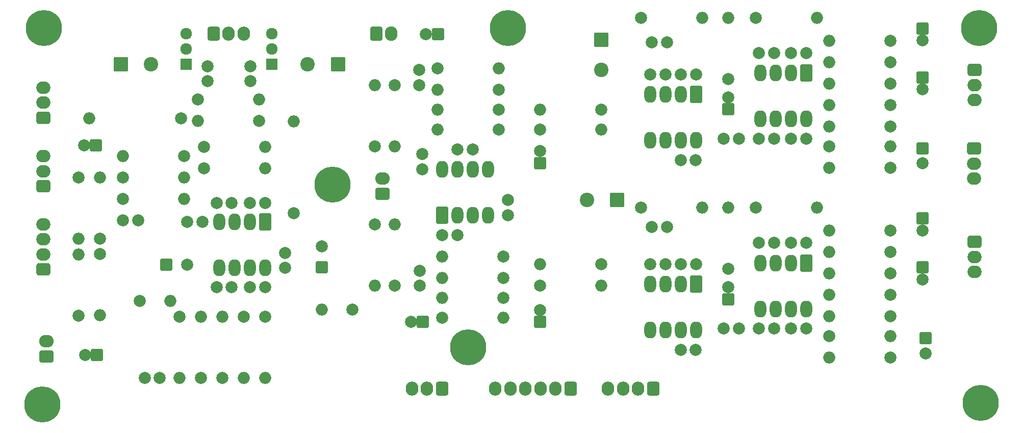
<source format=gbr>
%TF.GenerationSoftware,KiCad,Pcbnew,(6.0.6)*%
%TF.CreationDate,2022-07-24T17:02:24+02:00*%
%TF.ProjectId,emxr,656d7872-2e6b-4696-9361-645f70636258,rev?*%
%TF.SameCoordinates,Original*%
%TF.FileFunction,Soldermask,Top*%
%TF.FilePolarity,Negative*%
%FSLAX46Y46*%
G04 Gerber Fmt 4.6, Leading zero omitted, Abs format (unit mm)*
G04 Created by KiCad (PCBNEW (6.0.6)) date 2022-07-24 17:02:24*
%MOMM*%
%LPD*%
G01*
G04 APERTURE LIST*
G04 Aperture macros list*
%AMRoundRect*
0 Rectangle with rounded corners*
0 $1 Rounding radius*
0 $2 $3 $4 $5 $6 $7 $8 $9 X,Y pos of 4 corners*
0 Add a 4 corners polygon primitive as box body*
4,1,4,$2,$3,$4,$5,$6,$7,$8,$9,$2,$3,0*
0 Add four circle primitives for the rounded corners*
1,1,$1+$1,$2,$3*
1,1,$1+$1,$4,$5*
1,1,$1+$1,$6,$7*
1,1,$1+$1,$8,$9*
0 Add four rect primitives between the rounded corners*
20,1,$1+$1,$2,$3,$4,$5,0*
20,1,$1+$1,$4,$5,$6,$7,0*
20,1,$1+$1,$6,$7,$8,$9,0*
20,1,$1+$1,$8,$9,$2,$3,0*%
G04 Aperture macros list end*
%ADD10C,2.000000*%
%ADD11O,2.000000X2.000000*%
%ADD12RoundRect,0.200000X0.800000X-1.200000X0.800000X1.200000X-0.800000X1.200000X-0.800000X-1.200000X0*%
%ADD13O,2.000000X2.800000*%
%ADD14RoundRect,0.450000X0.725000X-0.600000X0.725000X0.600000X-0.725000X0.600000X-0.725000X-0.600000X0*%
%ADD15O,2.350000X2.100000*%
%ADD16RoundRect,0.200000X-0.800000X0.800000X-0.800000X-0.800000X0.800000X-0.800000X0.800000X0.800000X0*%
%ADD17RoundRect,0.200000X0.800000X-0.800000X0.800000X0.800000X-0.800000X0.800000X-0.800000X-0.800000X0*%
%ADD18RoundRect,0.450000X-0.725000X0.600000X-0.725000X-0.600000X0.725000X-0.600000X0.725000X0.600000X0*%
%ADD19RoundRect,0.200000X0.800000X0.800000X-0.800000X0.800000X-0.800000X-0.800000X0.800000X-0.800000X0*%
%ADD20RoundRect,0.450000X0.600000X0.725000X-0.600000X0.725000X-0.600000X-0.725000X0.600000X-0.725000X0*%
%ADD21O,2.100000X2.350000*%
%ADD22C,6.000000*%
%ADD23C,4.000000*%
%ADD24RoundRect,0.200000X0.762000X-0.762000X0.762000X0.762000X-0.762000X0.762000X-0.762000X-0.762000X0*%
%ADD25C,1.924000*%
%ADD26RoundRect,0.200000X1.000000X1.000000X-1.000000X1.000000X-1.000000X-1.000000X1.000000X-1.000000X0*%
%ADD27C,2.400000*%
%ADD28RoundRect,0.200000X-1.000000X1.000000X-1.000000X-1.000000X1.000000X-1.000000X1.000000X1.000000X0*%
%ADD29RoundRect,0.450000X-0.600000X-0.750000X0.600000X-0.750000X0.600000X0.750000X-0.600000X0.750000X0*%
%ADD30O,2.100000X2.400000*%
%ADD31RoundRect,0.450000X0.750000X-0.600000X0.750000X0.600000X-0.750000X0.600000X-0.750000X-0.600000X0*%
%ADD32O,2.400000X2.100000*%
%ADD33RoundRect,0.200000X-0.800000X1.200000X-0.800000X-1.200000X0.800000X-1.200000X0.800000X1.200000X0*%
%ADD34RoundRect,0.200000X-0.800000X-0.800000X0.800000X-0.800000X0.800000X0.800000X-0.800000X0.800000X0*%
%ADD35RoundRect,0.200000X-1.000000X-1.000000X1.000000X-1.000000X1.000000X1.000000X-1.000000X1.000000X0*%
%ADD36RoundRect,0.450000X-0.600000X-0.725000X0.600000X-0.725000X0.600000X0.725000X-0.600000X0.725000X0*%
G04 APERTURE END LIST*
D10*
%TO.C,R216*%
X148580000Y-80274000D03*
D11*
X138420000Y-80274000D03*
%TD*%
D12*
%TO.C,IC201*%
X139182000Y-97800000D03*
D13*
X141722000Y-97800000D03*
X144262000Y-97800000D03*
X146802000Y-97800000D03*
X146802000Y-90180000D03*
X144262000Y-90180000D03*
X141722000Y-90180000D03*
X139182000Y-90180000D03*
%TD*%
D10*
%TO.C,R405*%
X213604000Y-103943621D03*
D11*
X203444000Y-103943621D03*
%TD*%
D14*
%TO.C,J105*%
X73000000Y-93000000D03*
D15*
X73000000Y-90500000D03*
X73000000Y-88000000D03*
%TD*%
D16*
%TO.C,C510*%
X218938000Y-66812000D03*
D10*
X218938000Y-68812000D03*
%TD*%
%TO.C,R315*%
X108814000Y-82189000D03*
D11*
X98654000Y-82189000D03*
%TD*%
D10*
%TO.C,R401*%
X172202000Y-96577621D03*
D11*
X182362000Y-96577621D03*
%TD*%
D17*
%TO.C,C206*%
X155438000Y-115519112D03*
D10*
X155438000Y-113519112D03*
%TD*%
D18*
%TO.C,J401*%
X227564000Y-102250000D03*
D15*
X227564000Y-104750000D03*
X227564000Y-107250000D03*
%TD*%
D10*
%TO.C,C512*%
X174000000Y-69098000D03*
X176500000Y-69098000D03*
%TD*%
D19*
%TO.C,C306*%
X81725436Y-86250000D03*
D10*
X79725436Y-86250000D03*
%TD*%
D20*
%TO.C,J103*%
X160508000Y-126639000D03*
D21*
X158008000Y-126639000D03*
X155508000Y-126639000D03*
X153008000Y-126639000D03*
X150508000Y-126639000D03*
X148008000Y-126639000D03*
%TD*%
D10*
%TO.C,R313*%
X114520323Y-97500000D03*
D11*
X114520323Y-82260000D03*
%TD*%
D10*
%TO.C,C308*%
X86228000Y-98699000D03*
X88728000Y-98699000D03*
%TD*%
%TO.C,C404*%
X191780000Y-102419621D03*
X194280000Y-102419621D03*
%TD*%
D22*
%TO.C,H107*%
X121020323Y-92750000D03*
D23*
X121020323Y-92750000D03*
%TD*%
D10*
%TO.C,C305*%
X107310000Y-95750000D03*
X109810000Y-95750000D03*
%TD*%
D22*
%TO.C,H101*%
X73092323Y-66750000D03*
D23*
X73092323Y-66750000D03*
%TD*%
D10*
%TO.C,C202*%
X150094000Y-97790000D03*
X150094000Y-95290000D03*
%TD*%
D24*
%TO.C,LC302*%
X110886000Y-72774000D03*
D25*
X110886000Y-70234000D03*
X110886000Y-67694000D03*
%TD*%
D10*
%TO.C,R201*%
X149342000Y-104658000D03*
D11*
X139182000Y-104658000D03*
%TD*%
D16*
%TO.C,C513*%
X218928000Y-86711621D03*
D10*
X218928000Y-89211621D03*
%TD*%
%TO.C,R510*%
X213604000Y-79512000D03*
D11*
X203444000Y-79512000D03*
%TD*%
D10*
%TO.C,R215*%
X155428000Y-83586000D03*
D11*
X165588000Y-83586000D03*
%TD*%
D26*
%TO.C,C408*%
X168209677Y-95270000D03*
D27*
X163209677Y-95270000D03*
%TD*%
D10*
%TO.C,C301*%
X113132000Y-104053000D03*
X113132000Y-106553000D03*
%TD*%
%TO.C,R205*%
X165588000Y-105938000D03*
D11*
X155428000Y-105938000D03*
%TD*%
D10*
%TO.C,C309*%
X101770323Y-95750000D03*
X104270323Y-95750000D03*
%TD*%
%TO.C,R402*%
X191252000Y-96577621D03*
D11*
X201412000Y-96577621D03*
%TD*%
D10*
%TO.C,C403*%
X173756000Y-105965621D03*
X176256000Y-105965621D03*
%TD*%
D22*
%TO.C,H102*%
X228326000Y-66750000D03*
D23*
X228326000Y-66750000D03*
%TD*%
D22*
%TO.C,H105*%
X150094000Y-66750000D03*
D23*
X150094000Y-66750000D03*
%TD*%
D10*
%TO.C,R301*%
X99670000Y-90063000D03*
D11*
X109830000Y-90063000D03*
%TD*%
D10*
%TO.C,C312*%
X107310000Y-109750000D03*
X109810000Y-109750000D03*
%TD*%
%TO.C,R505*%
X213604000Y-72400000D03*
D11*
X203444000Y-72400000D03*
%TD*%
D19*
%TO.C,C209*%
X138480888Y-67750000D03*
D10*
X136480888Y-67750000D03*
%TD*%
D18*
%TO.C,J104*%
X227500000Y-86750000D03*
D15*
X227500000Y-89250000D03*
X227500000Y-91750000D03*
%TD*%
D23*
%TO.C,H103*%
X228580000Y-128996000D03*
D22*
X228580000Y-128996000D03*
%TD*%
D10*
%TO.C,C311*%
X100218000Y-75548000D03*
X100218000Y-73048000D03*
%TD*%
D28*
%TO.C,C508*%
X165588000Y-68645323D03*
D27*
X165588000Y-73645323D03*
%TD*%
D10*
%TO.C,R409*%
X213604000Y-107499621D03*
D11*
X203444000Y-107499621D03*
%TD*%
D10*
%TO.C,C502*%
X197114000Y-85100000D03*
X199614000Y-85100000D03*
%TD*%
D20*
%TO.C,J205*%
X139172000Y-126639000D03*
D21*
X136672000Y-126639000D03*
X134172000Y-126639000D03*
%TD*%
D10*
%TO.C,FR302*%
X88955323Y-112000000D03*
D11*
X94035323Y-112000000D03*
%TD*%
D26*
%TO.C,C314*%
X121888000Y-72750000D03*
D27*
X116888000Y-72750000D03*
%TD*%
D19*
%TO.C,C205*%
X136000000Y-115500000D03*
D10*
X134000000Y-115500000D03*
%TD*%
%TO.C,R203*%
X128023000Y-99304000D03*
D11*
X128023000Y-109464000D03*
%TD*%
D10*
%TO.C,R214*%
X148580000Y-76972000D03*
D11*
X138420000Y-76972000D03*
%TD*%
D10*
%TO.C,C514*%
X185938000Y-85100000D03*
X188438000Y-85100000D03*
%TD*%
%TO.C,C414*%
X185938000Y-116643621D03*
X188438000Y-116643621D03*
%TD*%
D29*
%TO.C,J206*%
X128270000Y-67694000D03*
D30*
X130770000Y-67694000D03*
%TD*%
D16*
%TO.C,C411*%
X218938000Y-106483621D03*
D10*
X218938000Y-108483621D03*
%TD*%
D16*
%TO.C,C413*%
X219446000Y-118255242D03*
D10*
X219446000Y-120755242D03*
%TD*%
%TO.C,R410*%
X213604000Y-111055621D03*
D11*
X203444000Y-111055621D03*
%TD*%
D10*
%TO.C,FR301*%
X124270323Y-113500000D03*
D11*
X119190323Y-113500000D03*
%TD*%
D10*
%TO.C,R506*%
X213604000Y-68844000D03*
D11*
X203444000Y-68844000D03*
%TD*%
D31*
%TO.C,J303*%
X73495323Y-121250000D03*
D32*
X73495323Y-118750000D03*
%TD*%
D10*
%TO.C,R503*%
X213604000Y-83068000D03*
D11*
X203444000Y-83068000D03*
%TD*%
D10*
%TO.C,R102*%
X78859000Y-114487000D03*
D11*
X78859000Y-104327000D03*
%TD*%
D10*
%TO.C,C501*%
X178816000Y-88646000D03*
X181316000Y-88646000D03*
%TD*%
%TO.C,R211*%
X128023000Y-86350000D03*
D11*
X128023000Y-76190000D03*
%TD*%
D33*
%TO.C,IC301*%
X109830000Y-98953000D03*
D13*
X107290000Y-98953000D03*
X104750000Y-98953000D03*
X102210000Y-98953000D03*
X102210000Y-106573000D03*
X104750000Y-106573000D03*
X107290000Y-106573000D03*
X109830000Y-106573000D03*
%TD*%
D10*
%TO.C,C402*%
X197114000Y-116643621D03*
X199614000Y-116643621D03*
%TD*%
%TO.C,R314*%
X99162000Y-124861000D03*
D11*
X99162000Y-114701000D03*
%TD*%
D10*
%TO.C,R213*%
X165588000Y-80284000D03*
D11*
X155428000Y-80284000D03*
%TD*%
D14*
%TO.C,J302*%
X72983000Y-81641000D03*
D15*
X72983000Y-79141000D03*
X72983000Y-76641000D03*
%TD*%
D10*
%TO.C,R403*%
X213604000Y-114611621D03*
D11*
X203444000Y-114611621D03*
%TD*%
D10*
%TO.C,C207*%
X144242000Y-86878000D03*
X141742000Y-86878000D03*
%TD*%
%TO.C,R507*%
X203444000Y-86370000D03*
D11*
X213604000Y-86370000D03*
%TD*%
D10*
%TO.C,R404*%
X186680000Y-106737621D03*
D11*
X186680000Y-96577621D03*
%TD*%
D10*
%TO.C,C506*%
X197134000Y-70876000D03*
X199634000Y-70876000D03*
%TD*%
%TO.C,R307*%
X98654000Y-78633000D03*
D11*
X108814000Y-78633000D03*
%TD*%
D10*
%TO.C,C318*%
X107330000Y-75548000D03*
X107330000Y-73048000D03*
%TD*%
%TO.C,R302*%
X82398000Y-101747000D03*
D11*
X82398000Y-91587000D03*
%TD*%
D10*
%TO.C,C503*%
X173756000Y-74422000D03*
X176256000Y-74422000D03*
%TD*%
D19*
%TO.C,C313*%
X81921436Y-121051000D03*
D10*
X79921436Y-121051000D03*
%TD*%
D24*
%TO.C,LC301*%
X96662000Y-72774000D03*
D25*
X96662000Y-70234000D03*
X96662000Y-67694000D03*
%TD*%
D10*
%TO.C,C405*%
X178856000Y-105965621D03*
X181356000Y-105965621D03*
%TD*%
D18*
%TO.C,J501*%
X227581000Y-73710000D03*
D15*
X227581000Y-76210000D03*
X227581000Y-78710000D03*
%TD*%
D33*
%TO.C,IC502*%
X199624000Y-74188000D03*
D13*
X197084000Y-74188000D03*
X194544000Y-74188000D03*
X192004000Y-74188000D03*
X192004000Y-81808000D03*
X194544000Y-81808000D03*
X197084000Y-81808000D03*
X199624000Y-81808000D03*
%TD*%
D10*
%TO.C,R207*%
X149342000Y-108214000D03*
D11*
X139182000Y-108214000D03*
%TD*%
D10*
%TO.C,C204*%
X135500000Y-109500000D03*
X135500000Y-107000000D03*
%TD*%
%TO.C,C401*%
X178816000Y-120189621D03*
X181316000Y-120189621D03*
%TD*%
D34*
%TO.C,C304*%
X93367672Y-106000000D03*
D10*
X96867672Y-106000000D03*
%TD*%
D16*
%TO.C,C511*%
X218938000Y-74940000D03*
D10*
X218938000Y-76940000D03*
%TD*%
%TO.C,R308*%
X99670000Y-86507000D03*
D11*
X109830000Y-86507000D03*
%TD*%
D35*
%TO.C,C307*%
X85872323Y-72791000D03*
D27*
X90872323Y-72791000D03*
%TD*%
D10*
%TO.C,R509*%
X213604000Y-75956000D03*
D11*
X203444000Y-75956000D03*
%TD*%
D23*
%TO.C,H104*%
X72838323Y-129250000D03*
D22*
X72838323Y-129250000D03*
%TD*%
D10*
%TO.C,R206*%
X155428000Y-109480000D03*
D11*
X165588000Y-109480000D03*
%TD*%
D10*
%TO.C,C203*%
X141702000Y-101102000D03*
X139202000Y-101102000D03*
%TD*%
D14*
%TO.C,J108*%
X73000000Y-106807000D03*
D15*
X73000000Y-104307000D03*
X73000000Y-101807000D03*
X73000000Y-99307000D03*
%TD*%
D10*
%TO.C,C208*%
X135372000Y-76190000D03*
X135372000Y-73690000D03*
%TD*%
%TO.C,R202*%
X131308000Y-109464000D03*
D11*
X131308000Y-99304000D03*
%TD*%
D10*
%TO.C,R303*%
X96368000Y-88031000D03*
D11*
X86208000Y-88031000D03*
%TD*%
D10*
%TO.C,R210*%
X131325000Y-76190000D03*
D11*
X131325000Y-86350000D03*
%TD*%
D10*
%TO.C,R311*%
X95606000Y-114701000D03*
D11*
X95606000Y-124861000D03*
%TD*%
D33*
%TO.C,IC501*%
X181346000Y-77734000D03*
D13*
X178806000Y-77734000D03*
X176266000Y-77734000D03*
X173726000Y-77734000D03*
X173726000Y-85354000D03*
X176266000Y-85354000D03*
X178806000Y-85354000D03*
X181346000Y-85354000D03*
%TD*%
D31*
%TO.C,J208*%
X129276000Y-94244000D03*
D32*
X129276000Y-91744000D03*
%TD*%
D10*
%TO.C,R407*%
X203444000Y-117913621D03*
D11*
X213604000Y-117913621D03*
%TD*%
D10*
%TO.C,C315*%
X92304000Y-124841000D03*
X89804000Y-124841000D03*
%TD*%
%TO.C,R310*%
X82398000Y-104287000D03*
D11*
X82398000Y-114447000D03*
%TD*%
D36*
%TO.C,J301*%
X101234000Y-67694000D03*
D21*
X103734000Y-67694000D03*
X106234000Y-67694000D03*
%TD*%
D10*
%TO.C,C505*%
X178856000Y-74422000D03*
X181356000Y-74422000D03*
%TD*%
%TO.C,R316*%
X106274000Y-114701000D03*
D11*
X106274000Y-124861000D03*
%TD*%
D10*
%TO.C,R309*%
X109830000Y-114701000D03*
D11*
X109830000Y-124861000D03*
%TD*%
D10*
%TO.C,R208*%
X149342000Y-111516000D03*
D11*
X139182000Y-111516000D03*
%TD*%
D17*
%TO.C,C509*%
X186680000Y-80213113D03*
D10*
X186680000Y-78213113D03*
%TD*%
%TO.C,C201*%
X135890000Y-87650000D03*
X135890000Y-90150000D03*
%TD*%
%TO.C,R304*%
X86208000Y-95143000D03*
D11*
X96368000Y-95143000D03*
%TD*%
D10*
%TO.C,R305*%
X95860000Y-81750000D03*
D11*
X80620000Y-81750000D03*
%TD*%
D10*
%TO.C,C407*%
X191780000Y-116643621D03*
X194280000Y-116643621D03*
%TD*%
%TO.C,C507*%
X191780000Y-85100000D03*
X194280000Y-85100000D03*
%TD*%
%TO.C,C504*%
X191780000Y-70876000D03*
X194280000Y-70876000D03*
%TD*%
%TO.C,R312*%
X102718000Y-124861000D03*
D11*
X102718000Y-114701000D03*
%TD*%
D10*
%TO.C,R508*%
X213604000Y-89926000D03*
D11*
X203444000Y-89926000D03*
%TD*%
D10*
%TO.C,C412*%
X174000000Y-99750000D03*
X176500000Y-99750000D03*
%TD*%
D33*
%TO.C,IC401*%
X181346000Y-109277621D03*
D13*
X178806000Y-109277621D03*
X176266000Y-109277621D03*
X173726000Y-109277621D03*
X173726000Y-116897621D03*
X176266000Y-116897621D03*
X178806000Y-116897621D03*
X181346000Y-116897621D03*
%TD*%
D10*
%TO.C,C316*%
X101770323Y-109750000D03*
X104270323Y-109750000D03*
%TD*%
D16*
%TO.C,C410*%
X218938000Y-98355621D03*
D10*
X218938000Y-100355621D03*
%TD*%
%TO.C,R501*%
X172202000Y-65034000D03*
D11*
X182362000Y-65034000D03*
%TD*%
D10*
%TO.C,R204*%
X139182000Y-114818000D03*
D11*
X149342000Y-114818000D03*
%TD*%
D17*
%TO.C,C210*%
X155438000Y-89164000D03*
D10*
X155438000Y-87164000D03*
%TD*%
D33*
%TO.C,IC402*%
X199624000Y-105731621D03*
D13*
X197084000Y-105731621D03*
X194544000Y-105731621D03*
X192004000Y-105731621D03*
X192004000Y-113351621D03*
X194544000Y-113351621D03*
X197084000Y-113351621D03*
X199624000Y-113351621D03*
%TD*%
D10*
%TO.C,R406*%
X213604000Y-100387621D03*
D11*
X203444000Y-100387621D03*
%TD*%
D20*
%TO.C,J101*%
X174224000Y-126639000D03*
D21*
X171724000Y-126639000D03*
X169224000Y-126639000D03*
X166724000Y-126639000D03*
%TD*%
D10*
%TO.C,R502*%
X191252000Y-65034000D03*
D11*
X201412000Y-65034000D03*
%TD*%
D10*
%TO.C,R101*%
X78842000Y-91587000D03*
D11*
X78842000Y-101747000D03*
%TD*%
D10*
%TO.C,R408*%
X213604000Y-121469621D03*
D11*
X203444000Y-121469621D03*
%TD*%
D10*
%TO.C,R209*%
X148580000Y-83576000D03*
D11*
X138420000Y-83576000D03*
%TD*%
D10*
%TO.C,R212*%
X138420000Y-73416000D03*
D11*
X148580000Y-73416000D03*
%TD*%
D10*
%TO.C,R504*%
X186680000Y-75194000D03*
D11*
X186680000Y-65034000D03*
%TD*%
D10*
%TO.C,C406*%
X197134000Y-102419621D03*
X199634000Y-102419621D03*
%TD*%
D22*
%TO.C,H106*%
X143500000Y-119750000D03*
D23*
X143500000Y-119750000D03*
%TD*%
D17*
%TO.C,C409*%
X186680000Y-111756734D03*
D10*
X186680000Y-109756734D03*
%TD*%
%TO.C,C303*%
X99396000Y-98953000D03*
X96896000Y-98953000D03*
%TD*%
%TO.C,R306*%
X86208000Y-91587000D03*
D11*
X96368000Y-91587000D03*
%TD*%
D17*
%TO.C,C302*%
X119228000Y-106447651D03*
D10*
X119228000Y-102947651D03*
%TD*%
M02*

</source>
